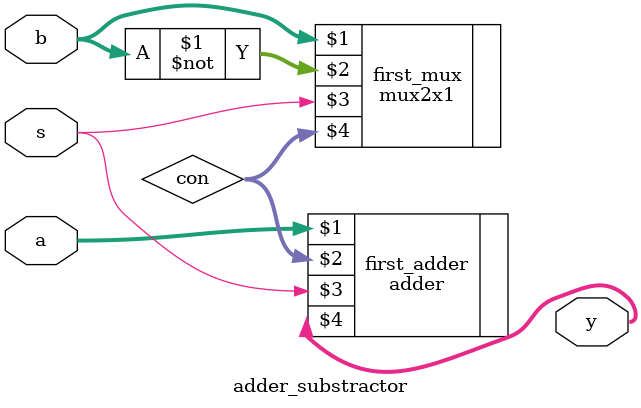
<source format=v>
module adder_substractor #(parameter n = 32)(a, b, s, y);
	input [n-1:0] a, b;
	input s;
	wire [n-1:0] con;
	output [n-1:0] y;
	mux2x1 #(.n(n)) first_mux(b, ~b, s, con);
	adder  #(.n(n)) first_adder(a, con, s, y);
endmodule

</source>
